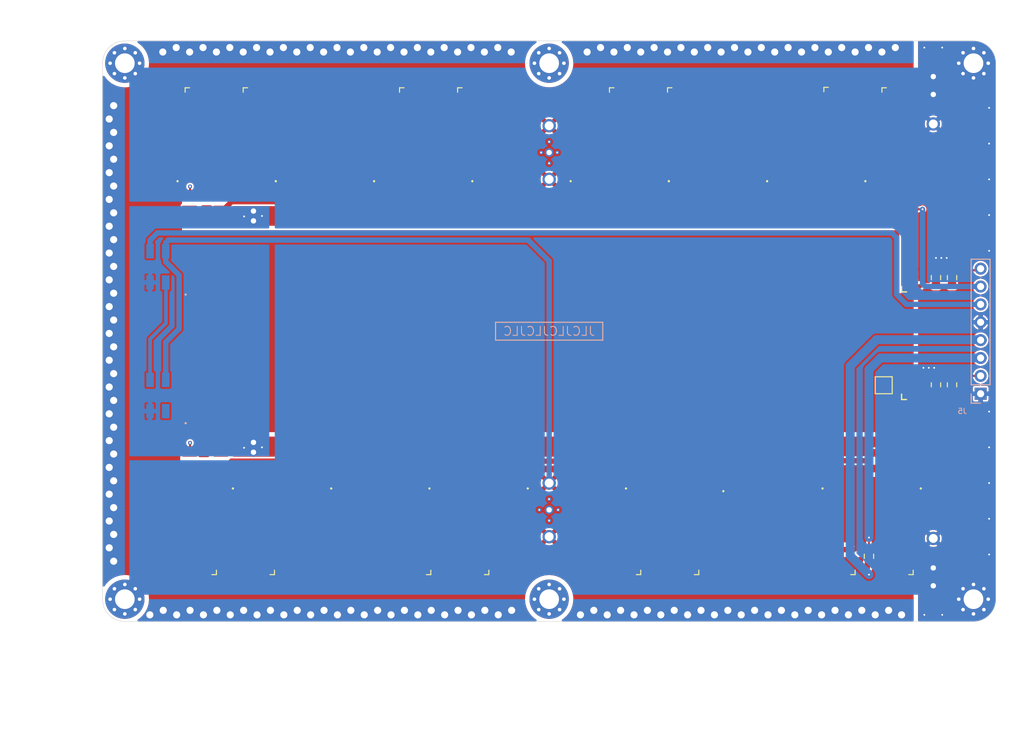
<source format=kicad_pcb>
(kicad_pcb (version 20210606) (generator pcbnew)
  (layers (0 "F.Cu" signal) (1 "In1.Cu" signal) (2 "In2.Cu" signal) (31 "B.Cu" signal) (34 "B.Paste" user) (35 "F.Paste" user) (36 "B.SilkS" user "B.Silkscreen") (37 "F.SilkS" user "F.Silkscreen") (38 "B.Mask" user) (39 "F.Mask" user) (44 "Edge.Cuts" user))
  (net 0 "")
  (net 1 "GND")
  (net 2 "+BATT")
  (net 3 "Net-(D2-Pad1)")
  (net 4 "LS_WS_LDAT")
  (net 5 "LS_WS_SDAT")
  (net 6 "Net-(Q2-Pad3)")
  (net 7 "+3V3")
  (net 8 "Net-(D10-Pad1)")
  (net 9 "LS_LED_NTC")
  (net 10 "LS_LED_PWM")
  (net 11 "LS_WS_POWER")
  (net 12 "Net-(Q3-Pad3)")
  (net 13 "Net-(D20-Pad3)")
  (net 14 "Net-(D20-Pad1)")
  (net 15 "WS_GNDBUS")
  (net 16 "Net-(D21-Pad1)")
  (net 17 "Net-(D22-Pad1)")
  (net 18 "Net-(D23-Pad1)")
  (net 19 "Net-(D24-Pad1)")
  (net 20 "Net-(D25-Pad1)")
  (net 21 "Net-(D26-Pad1)")
  (net 22 "Net-(D27-Pad1)")
  (net 23 "Net-(D28-Pad1)")
  (net 24 "Net-(D29-Pad1)")
  (net 25 "Net-(D30-Pad1)")
  (net 26 "Net-(D31-Pad1)")
  (net 27 "Net-(D32-Pad1)")
  (net 29 "Net-(D34-Pad1)")
  (footprint "lt_foots:U-DFN2020-6 (Type F)" (layer "F.Cu") (at 245.65 91.6)
    (fp_text reference "Q2" hide)
    (fp_text value "DMN2022-UFDF7")
  )
  (footprint "Resistor_SMD:R_0603_1608Metric" (layer "F.Cu") (at 248.05 91.55 -90)
    (fp_text reference "R12" hide)
    (fp_text value "1MΩ")
  )
  (footprint "lt_foots:plated_hole_1mm" (layer "F.Cu") (at 204.75 114.55)
    (fp_text reference "H14" hide)
    (fp_text value "thole2")
  )
  (footprint "lt_foots:LED_Cree-J-Series" (layer "F.Cu") (at 172.25 123.05 90)
    (fp_text reference "D4" hide)
    (fp_text value "LED")
  )
  (footprint "MountingHole:MountingHole_2.2mm_M2_Pad_Via" (layer "F.Cu") (at 157.25 67.55)
    (fp_text reference "H10" hide)
    (fp_text value "MountingHole_Pad")
  )
  (footprint "TestPoint:TestPoint_Pad_1.5x1.5mm" (layer "F.Cu") (at 242.2 103.6)
    (fp_text reference "TP5" hide)
    (fp_text value "TestPoint")
  )
  (footprint "MountingHole:MountingHole_2.2mm_M2_Pad_Via" (layer "F.Cu") (at 157.25 127.55)
    (fp_text reference "H9" hide)
    (fp_text value "MountingHole_Pad")
  )
  (footprint "lt_foots:plated_hole_1mm" (layer "F.Cu") (at 247.75 120.75)
    (fp_text reference "H19" hide)
    (fp_text value "thole7" hide)
  )
  (footprint "lt_foots:LED_SK6812MINI" (layer "F.Cu") (at 177.25 112.05 180)
    (fp_text reference "D27" hide)
    (fp_text value "SK6812MINI")
  )
  (footprint "lt_foots:LED_Cree-J-Series" (layer "F.Cu") (at 165.75 123.05 90)
    (fp_text reference "D10" hide)
    (fp_text value "LED")
  )
  (footprint "lt_foots:LED_Cree-J-Series" (layer "F.Cu") (at 243.75 72.05 -90)
    (fp_text reference "D7" hide)
    (fp_text value "LED")
  )
  (footprint "lt_foots:LED_SK6812MINI" (layer "F.Cu") (at 199.25 112.05 180)
    (fp_text reference "D29" hide)
    (fp_text value "SK6812MINI")
  )
  (footprint "lt_foots:plated_hole_1mm" (layer "F.Cu") (at 247.75 74.35)
    (fp_text reference "H20" hide)
    (fp_text value "thole8" hide)
  )
  (footprint "Resistor_SMD:R_0603_1608Metric" (layer "F.Cu") (at 249.85 91.55 90)
    (fp_text reference "R11" hide)
    (fp_text value "1kΩ")
  )
  (footprint "lt_foots:plated_hole_1mm" (layer "F.Cu") (at 204.75 80.55)
    (fp_text reference "H16" hide)
    (fp_text value "thole4" hide)
  )
  (footprint "lt_foots:LED_Cree-J-Series" (layer "F.Cu") (at 219.75 72.05 -90)
    (fp_text reference "D8" hide)
    (fp_text value "LED")
  )
  (footprint "lt_foots:LED_Cree-J-Series" (layer "F.Cu") (at 237.25 72 -90)
    (fp_text reference "D17" hide)
    (fp_text value "LED")
  )
  (footprint "lt_foots:LED_SK6812MINI" (layer "F.Cu") (at 243.25 112.05 180)
    (fp_text reference "D33" hide)
    (fp_text value "SK6812MINI")
  )
  (footprint "lt_foots:logo_light_warn" (layer "F.Cu") (at 163.7 97.45 90)
    (fp_text reference "G***" hide)
    (fp_text value "LOGO" hide)
  )
  (footprint "lt_foots:LED_SK6812MINI" (layer "F.Cu") (at 177.25 83.05)
    (fp_text reference "D24" hide)
    (fp_text value "SK6812MINI")
  )
  (footprint "lt_foots:LED_Cree-J-Series" (layer "F.Cu") (at 219.75 123.05 90)
    (fp_text reference "D15" hide)
    (fp_text value "LED")
  )
  (footprint "lt_foots:LED_SK6812MINI" (layer "F.Cu") (at 221.25 112.05 180)
    (fp_text reference "D31" hide)
    (fp_text value "SK6812MINI")
  )
  (footprint "lt_foots:LED_Cree-J-Series" (layer "F.Cu") (at 172.25 72.05 -90)
    (fp_text reference "D18" hide)
    (fp_text value "LED")
  )
  (footprint "lt_foots:LED_Cree-J-Series" (layer "F.Cu") (at 237.25 123.05 90)
    (fp_text reference "D9" hide)
    (fp_text value "LED")
  )
  (footprint "lt_foots:LED_SK6812MINI" (layer "F.Cu") (at 221.25 83.05)
    (fp_text reference "D20" hide)
    (fp_text value "SK6812MINI")
  )
  (footprint "lt_foots:LED_SK6812MINI" (layer "F.Cu") (at 188.25 112.05 180)
    (fp_text reference "D28" hide)
    (fp_text value "SK6812MINI")
  )
  (footprint "lt_foots:LED_SK6812MINI" (layer "F.Cu") (at 199.25 83.05)
    (fp_text reference "D22" hide)
    (fp_text value "SK6812MINI")
  )
  (footprint "lt_foots:plated_hole_1mm" (layer "F.Cu") (at 204.75 74.55)
    (fp_text reference "H15" hide)
    (fp_text value "thole3" hide)
  )
  (footprint "lt_foots:LED_SK6812MINI" (layer "F.Cu") (at 188.25 83.05)
    (fp_text reference "D23" hide)
    (fp_text value "SK6812MINI")
  )
  (footprint "lt_foots:LED_Cree-J-Series" (layer "F.Cu") (at 196.25 123.05 90)
    (fp_text reference "D13" hide)
    (fp_text value "LED")
  )
  (footprint "lt_foots:LED_Cree-J-Series" (layer "F.Cu") (at 189.75 123.05 90)
    (fp_text reference "D11" hide)
    (fp_text value "LED")
  )
  (footprint "lt_foots:LED_SK6812MINI" (layer "F.Cu") (at 166.25 83.05)
    (fp_text reference "D25" hide)
    (fp_text value "SK6812MINI")
  )
  (footprint "lt_foots:LED_Cree-J-Series" (layer "F.Cu") (at 165.75 72.05 -90)
    (fp_text reference "D14" hide)
    (fp_text value "LED")
  )
  (footprint "lt_foots:LOGO_CATLIGHT_4" (layer "F.Cu") (at 204.75 97.55)
    (fp_text reference "logo1" hide)
    (fp_text value "logo-CATLIGHT" hide)
  )
  (footprint "lt_foots:LED_SK6812MINI" (layer "F.Cu") (at 232.25 83.05)
    (fp_text reference "D3" hide)
    (fp_text value "SK6812MINI")
  )
  (footprint "lt_foots:LED_SK6812MINI" (layer "F.Cu") (at 210.25 83.05)
    (fp_text reference "D21" hide)
    (fp_text value "SK6812MINI")
  )
  (footprint "lt_foots:LED_Cree-J-Series" (layer "F.Cu") (at 213.25 72.05 -90)
    (fp_text reference "D16" hide)
    (fp_text value "LED")
  )
  (footprint "lt_foots:plated_hole_1mm" (layer "F.Cu") (at 204.75 120.55)
    (fp_text reference "H13" hide)
    (fp_text value "thole1" hide)
  )
  (footprint "Resistor_SMD:R_0603_1608Metric" (layer "F.Cu") (at 249.85 103.55 -90)
    (fp_text reference "R15" hide)
    (fp_text value "1kΩ")
  )
  (footprint "lt_foots:LED_SK6812MINI" (layer "F.Cu") (at 232.25 112.05 180)
    (fp_text reference "D32" hide)
    (fp_text value "SK6812MINI")
  )
  (footprint "lt_foots:LED_Cree-J-Series" (layer "F.Cu") (at 243.75 123.05 90)
    (fp_text reference "D5" hide)
    (fp_text value "LED")
  )
  (footprint "Resistor_SMD:R_0603_1608Metric" (layer "F.Cu") (at 240.55 122.75 -90)
    (fp_text reference "R14" hide)
    (fp_text value "NTC 10 kΩ")
  )
  (footprint "lt_foots:LED_SK6812MINI" (layer "F.Cu") (at 243.25 83.05)
    (fp_text reference "D2" hide)
    (fp_text value "SK6812MINI")
  )
  (footprint "MountingHole:MountingHole_2.2mm_M2_Pad_Via" (layer "F.Cu") (at 204.75 67.55)
    (fp_text reference "H7" hide)
    (fp_text value "MountingHole_Pad")
  )
  (footprint "MountingHole:MountingHole_2.2mm_M2_Pad_Via" (layer "F.Cu") (at 204.75 127.55)
    (fp_text reference "H11" hide)
    (fp_text value "MountingHole_Pad")
  )
  (footprint "MountingHole:MountingHole_2.2mm_M2_Pad_Via" (layer "F.Cu") (at 252.25 67.55 180)
    (fp_text reference "H12" hide)
    (fp_text value "MountingHole_Pad")
  )
  (footprint "Resistor_SMD:R_0603_1608Metric" (layer "F.Cu") (at 248.05 103.55 -90)
    (fp_text reference "R16" hide)
    (fp_text value "1MΩ")
  )
  (footprint "lt_foots:LED_Cree-J-Series" (layer "F.Cu") (at 189.75 72.05 -90)
    (fp_text reference "D6" hide)
    (fp_text value "LED")
  )
  (footprint "lt_foots:LED_SK6812MINI" (layer "F.Cu") (at 210.25 112.05 180)
    (fp_text reference "D30" hide)
    (fp_text value "SK6812MINI")
  )
  (footprint "lt_foots:LED_Cree-J-Series" (layer "F.Cu") (at 196.25 72.05 -90)
    (fp_text reference "D12" hide)
    (fp_text value "LED")
  )
  (footprint "lt_foots:LED_Cree-J-Series" (layer "F.Cu") (at 213.25 123.05 90)
    (fp_text reference "D19" hide)
    (fp_text value "LED")
  )
  (footprint "lt_foots:LED_SK6812MINI" (layer "F.Cu") (at 166.25 112.05 180)
    (fp_text reference "D26" hide)
    (fp_text value "SK6812MINI")
  )
  (footprint "MountingHole:MountingHole_2.2mm_M2_Pad_Via" (layer "F.Cu") (at 252.25 127.55)
    (fp_text reference "H8" hide)
    (fp_text value "MountingHole_Pad")
  )
  (footprint "lt_foots:U-DFN2020-6 (Type F)" (layer "F.Cu") (at 245.65 103.65)
    (fp_text reference "Q3" hide)
    (fp_text value "DMN2022-UFDF7")
  )
  (footprint "lt_foots:LED_SK6812MINI" (layer "B.Cu") (at 160.95 104.75 90)
    (fp_text reference "D35" hide)
    (fp_text value "SK6812MINI")
  )
  (footprint "lt_foots:JLC-SERIAL" (layer "B.Cu") (at 204.75 97.55 180)
    (fp_text reference "logo11" hide)
    (fp_text value "logo_JLC")
  )
  (footprint "lt_foots:LED_SK6812MINI" (layer "B.Cu") (at 160.95 90.35 90)
    (fp_text reference "D34" hide)
    (fp_text value "SK6812MINI")
  )
  (footprint "Connector_PinHeader_2.00mm:PinHeader_1x08_P2.00mm_Vertical" (layer "B.Cu") (at 253.05 104.55)
    (fp_text reference "J5")
    (fp_text value "Conn_01x08_Female")
  )
  (gr_line (start 252.25 65.05) (end 157.25 65.05) (layer "Edge.Cuts") (width 0.05))
  (gr_arc (start 252.25 67.55) (end 254.75 67.55) (angle -90) (layer "Edge.Cuts") (width 0.05))
  (gr_arc (start 252.25 127.55) (end 252.25 130.05) (angle -90) (layer "Edge.Cuts") (width 0.05))
  (gr_line (start 254.75 127.55) (end 254.75 67.55) (layer "Edge.Cuts") (width 0.05))
  (gr_arc (start 157.25 67.55) (end 157.25 65.05) (angle -90) (layer "Edge.Cuts") (width 0.05))
  (gr_line (start 157.25 130.05) (end 252.25 130.05) (layer "Edge.Cuts") (width 0.05))
  (gr_line (start 154.75 67.55) (end 154.75 127.55) (layer "Edge.Cuts") (width 0.05))
  (gr_arc (start 157.25 127.55) (end 154.75 127.55) (angle -90) (layer "Edge.Cuts") (width 0.05))
  (via (at 254 122.55) (size 0.45) (drill 0.2) (layers "F.Cu" "B.Cu") (net 1))
  (via (at 248.75 65.8) (size 0.45) (drill 0.2) (layers "F.Cu" "B.Cu") (net 1))
  (via (at 247.85 101.65) (size 0.45) (drill 0.2) (layers "F.Cu" "B.Cu") (net 1))
  (via (at 247.75 71.05) (size 1) (drill 0.6) (layers "F.Cu" "B.Cu") (net 1))
  (via (at 249.25 89.35) (size 0.45) (drill 0.2) (layers "F.Cu" "B.Cu") (net 1))
  (via (at 247.75 69.05) (size 1) (drill 0.6) (layers "F.Cu" "B.Cu") (net 1))
  (via (at 246.75 129.3) (size 0.5) (drill 0.2) (layers "F.Cu" "B.Cu") (net 1))
  (via (at 247.75 126.05) (size 1) (drill 0.6) (layers "F.Cu" "B.Cu") (net 1))
  (via (at 248.65 89.35) (size 0.45) (drill 0.2) (layers "F.Cu" "B.Cu") (net 1))
  (via (at 246.65 101.65) (size 0.45) (drill 0.2) (layers "F.Cu" "B.Cu") (net 1))
  (via (at 254 114.55) (size 0.45) (drill 0.2) (layers "F.Cu" "B.Cu") (net 1))
  (via (at 254 84.55) (size 0.45) (drill 0.2) (layers "F.Cu" "B.Cu") (net 1))
  (via (at 254 110.55) (size 0.45) (drill 0.2) (layers "F.Cu" "B.Cu") (net 1))
  (via (at 254 76.55) (size 0.45) (drill 0.2) (layers "F.Cu" "B.Cu") (net 1))
  (via (at 254 118.55) (size 0.45) (drill 0.2) (layers "F.Cu" "B.Cu") (net 1))
  (via (at 254 106.55) (size 0.45) (drill 0.2) (layers "F.Cu" "B.Cu") (net 1))
  (via (at 247.25 101.65) (size 0.45) (drill 0.2) (layers "F.Cu" "B.Cu") (net 1))
  (via (at 246.75 65.8) (size 0.45) (drill 0.2) (layers "F.Cu" "B.Cu") (net 1))
  (via (at 247.75 124.05) (size 1) (drill 0.6) (layers "F.Cu" "B.Cu") (net 1))
  (via (at 254 80.55) (size 0.45) (drill 0.2) (layers "F.Cu" "B.Cu") (net 1))
  (via (at 248.75 129.3) (size 0.5) (drill 0.2) (layers "F.Cu" "B.Cu") (net 1))
  (via (at 248.05 89.35) (size 0.45) (drill 0.2) (layers "F.Cu" "B.Cu") (net 1))
  (via (at 254 72.55) (size 0.45) (drill 0.2) (layers "F.Cu" "B.Cu") (net 1))
  (via (at 254 88.55) (size 0.45) (drill 0.2) (layers "F.Cu" "B.Cu") (net 1))
  (via (at 204.75 117.55) (size 1) (drill 0.6) (layers "F.Cu" "B.Cu") (net 2))
  (via (at 204.75 116.35) (size 0.45) (drill 0.2) (layers "F.Cu" "B.Cu") (net 2))
  (via (at 204.75 118.75) (size 0.45) (drill 0.2) (layers "F.Cu" "B.Cu") (net 2))
  (via (at 204.75 78.75) (size 0.45) (drill 0.2) (layers "F.Cu" "B.Cu") (net 2))
  (via (at 204.75 77.55) (size 1) (drill 0.6) (layers "F.Cu" "B.Cu") (net 2))
  (via (at 203.85 77.55) (size 0.45) (drill 0.2) (layers "F.Cu" "B.Cu") (net 2))
  (via (at 205.65 77.55) (size 0.45) (drill 0.2) (layers "F.Cu" "B.Cu") (net 2))
  (via (at 204.75 76.35) (size 0.45) (drill 0.2) (layers "F.Cu" "B.Cu") (net 2))
  (via (at 205.75 117.55) (size 0.45) (drill 0.2) (layers "F.Cu" "B.Cu") (net 2))
  (via (at 203.65 117.55) (size 0.45) (drill 0.2) (layers "F.Cu" "B.Cu") (net 2))
  (segment (start 161.825 88.6) (end 161.825 87.655) (width 0.6) (layer "B.Cu") (net 2))
  (segment (start 161.825 89.775) (end 163.32 91.27) (width 0.6) (layer "B.Cu") (net 2))
  (segment (start 161.825 98.785) (end 161.825 103) (width 0.6) (layer "B.Cu") (net 2))
  (segment (start 163.32 91.27) (end 163.32 97.29) (width 0.6) (layer "B.Cu") (net 2))
  (segment (start 161.825 88.6) (end 161.825 89.775) (width 0.6) (layer "B.Cu") (net 2))
  (segment (start 202.4 87.35) (end 204.75 89.7) (width 0.6) (layer "B.Cu") (net 2))
  (segment (start 162.13 87.35) (end 202.4 87.35) (width 0.6) (layer "B.Cu") (net 2))
  (segment (start 161.825 87.655) (end 162.13 87.35) (width 0.6) (layer "B.Cu") (net 2))
  (segment (start 163.32 97.29) (end 161.825 98.785) (width 0.6) (layer "B.Cu") (net 2))
  (segment (start 204.8 117.3) (end 204.75 117.35) (width 0.2) (layer "B.Cu") (net 2))
  (segment (start 204.75 89.7) (end 204.75 114.55) (width 0.6) (layer "B.Cu") (net 2))
  (segment (start 234.375011 83.874989) (end 235.2 83.05) (width 0.6) (layer "F.Cu") (net 3))
  (segment (start 235.2 83.05) (end 240.2 83.05) (width 0.6) (layer "F.Cu") (net 3))
  (segment (start 240.2 83.05) (end 241.125011 82.124989) (width 0.6) (layer "F.Cu") (net 3))
  (segment (start 244.525 83.9) (end 244.5 83.925) (width 0.25) (layer "F.Cu") (net 4))
  (segment (start 246.55 83.9) (end 244.525 83.9) (width 0.25) (layer "F.Cu") (net 4))
  (via (at 246.55 83.9) (size 0.45) (drill 0.2) (layers "F.Cu" "B.Cu") (net 4))
  (segment (start 246.55 83.9) (end 246.55 92.25) (width 0.6) (layer "B.Cu") (net 4))
  (segment (start 246.55 92.25) (end 246.85 92.55) (width 0.6) (layer "B.Cu") (net 4))
  (segment (start 246.85 92.55) (end 253.25 92.55) (width 0.6) (layer "B.Cu") (net 4))
  (segment (start 243.65 93.45) (end 243.65 87.1) (width 0.6) (layer "B.Cu") (net 5))
  (segment (start 244.75 94.55) (end 243.65 93.45) (width 0.6) (layer "B.Cu") (net 5))
  (segment (start 160.89 86.55) (end 160.075 87.365) (width 0.6) (layer "B.Cu") (net 5))
  (segment (start 253.25 94.55) (end 244.75 94.55) (width 0.6) (layer "B.Cu") (net 5))
  (segment (start 243.65 87.1) (end 243.1 86.55) (width 0.6) (layer "B.Cu") (net 5))
  (segment (start 160.075 87.365) (end 160.075 88.6) (width 0.6) (layer "B.Cu") (net 5))
  (segment (start 243.1 86.55) (end 160.89 86.55) (width 0.6) (layer "B.Cu") (net 5))
  (segment (start 249.85 92.375) (end 248.05 92.375) (width 0.25) (layer "F.Cu") (net 6))
  (segment (start 247.925112 92.499888) (end 248.05 92.375) (width 0.25) (layer "F.Cu") (net 6))
  (segment (start 246.251504 92.499888) (end 247.925112 92.499888) (width 0.25) (layer "F.Cu") (net 6))
  (segment (start 240.55 121.925) (end 240.55 120.65) (width 0.2) (layer "F.Cu") (net 7))
  (via (at 240.55 120.65) (size 0.45) (drill 0.2) (layers "F.Cu" "B.Cu") (net 7))
  (segment (start 240.55 101.85) (end 241.85 100.55) (width 1) (layer "B.Cu") (net 7))
  (segment (start 241.85 100.55) (end 253.25 100.55) (width 1) (layer "B.Cu") (net 7))
  (segment (start 240.55 120.65) (end 240.55 101.85) (width 1) (layer "B.Cu") (net 7))
  (segment (start 245.601504 104.549888) (end 244.951504 104.549888) (width 0.2) (layer "F.Cu") (net 8))
  (segment (start 245.601504 102.649888) (end 244.951504 102.649888) (width 0.2) (layer "F.Cu") (net 8))
  (via (at 227 66.3) (size 1) (drill 0.8) (layers "F.Cu" "B.Cu") (net 8))
  (via (at 197.5 66.3) (size 1) (drill 0.8) (layers "F.Cu" "B.Cu") (net 8))
  (via (at 235.25 129.3) (size 1) (drill 0.8) (layers "F.Cu" "B.Cu") (net 8))
  (via (at 191.55 128.8) (size 1) (drill 0.8) (layers "F.Cu" "B.Cu") (net 8))
  (via (at 193.05 129.3) (size 1) (drill 0.8) (layers "F.Cu" "B.Cu") (net 8))
  (via (at 244.2 129.3) (size 1) (drill 0.8) (layers "F.Cu" "B.Cu") (net 8))
  (via (at 156 120.3) (size 1) (drill 0.8) (layers "F.Cu" "B.Cu") (net 8))
  (via (at 155.5 88.8) (size 1) (drill 0.8) (layers "F.Cu" "B.Cu") (net 8))
  (via (at 155.5 85.8) (size 1) (drill 0.8) (layers "F.Cu" "B.Cu") (net 8))
  (via (at 164.5 66.3) (size 1) (drill 0.8) (layers "F.Cu" "B.Cu") (net 8))
  (via (at 224.75 128.8) (size 1) (drill 0.8) (layers "F.Cu" "B.Cu") (net 8))
  (via (at 182.55 128.8) (size 1) (drill 0.8) (layers "F.Cu" "B.Cu") (net 8))
  (via (at 214.25 129.3) (size 1) (drill 0.8) (layers "F.Cu" "B.Cu") (net 8))
  (via (at 188.5 66.3) (size 1) (drill 0.8) (layers "F.Cu" "B.Cu") (net 8))
  (via (at 155.5 103.8) (size 1) (drill 0.8) (layers "F.Cu" "B.Cu") (net 8))
  (via (at 179.55 128.8) (size 1) (drill 0.8) (layers "F.Cu" "B.Cu") (net 8))
  (via (at 224 66.3) (size 1) (drill 0.8) (layers "F.Cu" "B.Cu") (net 8))
  (via (at 156 108.3) (size 1) (drill 0.8) (layers "F.Cu" "B.Cu") (net 8))
  (via (at 187.05 129.3) (size 1) (drill 0.8) (layers "F.Cu" "B.Cu") (net 8))
  (via (at 190.05 129.3) (size 1) (drill 0.8) (layers "F.Cu" "B.Cu") (net 8))
  (via (at 220.25 129.3) (size 1) (drill 0.8) (layers "F.Cu" "B.Cu") (net 8))
  (via (at 232.25 129.3) (size 1) (drill 0.8) (layers "F.Cu" "B.Cu") (net 8))
  (via (at 222.5 65.8) (size 1) (drill 0.8) (layers "F.Cu" "B.Cu") (net 8))
  (via (at 190 65.8) (size 1) (drill 0.8) (layers "F.Cu" "B.Cu") (net 8))
  (via (at 239 66.3) (size 1) (drill 0.8) (layers "F.Cu" "B.Cu") (net 8))
  (via (at 229.25 129.3) (size 1) (drill 0.8) (layers "F.Cu" "B.Cu") (net 8))
  (via (at 178 65.8) (size 1) (drill 0.8) (layers "F.Cu" "B.Cu") (net 8))
  (via (at 164.55 128.8) (size 1) (drill 0.8) (layers "F.Cu" "B.Cu") (net 8))
  (via (at 155.5 121.8) (size 1) (drill 0.8) (layers "F.Cu" "B.Cu") (net 8))
  (via (at 163.05 129.3) (size 1) (drill 0.8) (layers "F.Cu" "B.Cu") (net 8))
  (via (at 181.05 129.3) (size 1) (drill 0.8) (layers "F.Cu" "B.Cu") (net 8))
  (via (at 156 87.3) (size 1) (drill 0.8) (layers "F.Cu" "B.Cu") (net 8))
  (via (at 228.5 65.8) (size 1) (drill 0.8) (layers "F.Cu" "B.Cu") (net 8))
  (via (at 155.5 109.8) (size 1) (drill 0.8) (layers "F.Cu" "B.Cu") (net 8))
  (via (at 211.25 129.3) (size 1) (drill 0.8) (layers "F.Cu" "B.Cu") (net 8))
  (via (at 233.75 128.8) (size 1) (drill 0.8) (layers "F.Cu" "B.Cu") (net 8))
  (via (at 226.25 129.3) (size 1) (drill 0.8) (layers "F.Cu" "B.Cu") (net 8))
  (via (at 191.5 66.3) (size 1) (drill 0.8) (layers "F.Cu" "B.Cu") (net 8))
  (via (at 156 102.3) (size 1) (drill 0.8) (layers "F.Cu" "B.Cu") (net 8))
  (via (at 209 66.3) (size 1) (drill 0.8) (layers "F.Cu" "B.Cu") (net 8))
  (via (at 155.5 82.8) (size 1) (drill 0.8) (layers "F.Cu" "B.Cu") (net 8))
  (via (at 236.75 128.8) (size 1) (drill 0.8) (layers "F.Cu" "B.Cu") (net 8))
  (via (at 155.5 106.8) (size 1) (drill 0.8) (layers "F.Cu" "B.Cu") (net 8))
  (via (at 156 75.3) (size 1) (drill 0.8) (layers "F.Cu" "B.Cu") (net 8))
  (via (at 196.05 129.3) (size 1) (drill 0.8) (layers "F.Cu" "B.Cu") (net 8))
  (via (at 216.5 65.8) (size 1) (drill 0.8) (layers "F.Cu" "B.Cu") (net 8))
  (via (at 155.5 97.8) (size 1) (drill 0.8) (layers "F.Cu" "B.Cu") (net 8))
  (via (at 187 65.8) (size 1) (drill 0.8) (layers "F.Cu" "B.Cu") (net 8))
  (via (at 155.5 112.8) (size 1) (drill 0.8) (layers "F.Cu" "B.Cu") (net 8))
  (via (at 243.5 65.8) (size 1) (drill 0.8) (layers "F.Cu" "B.Cu") (net 8))
  (via (at 155.5 100.8) (size 1) (drill 0.8) (layers "F.Cu" "B.Cu") (net 8))
  (via (at 242.75 128.8) (size 1) (drill 0.8) (layers "F.Cu" "B.Cu") (net 8))
  (via (at 169 65.8) (size 1) (drill 0.8) (layers "F.Cu" "B.Cu") (net 8))
  (via (at 156 81.3) (size 1) (drill 0.8) (layers "F.Cu" "B.Cu") (net 8))
  (via (at 200.55 128.8) (size 1) (drill 0.8) (layers "F.Cu" "B.Cu") (net 8))
  (via (at 194.55 128.8) (size 1) (drill 0.8) (layers "F.Cu" "B.Cu") (net 8))
  (via (at 242 66.3) (size 1) (drill 0.8) (layers "F.Cu" "B.Cu") (net 8))
  (via (at 184.05 129.3) (size 1) (drill 0.8) (layers "F.Cu" "B.Cu") (net 8))
  (via (at 197.55 128.8) (size 1) (drill 0.8) (layers "F.Cu" "B.Cu") (net 8))
  (via (at 212 66.3) (size 1) (drill 0.8) (layers "F.Cu" "B.Cu") (net 8))
  (via (at 199 65.8) (size 1) (drill 0.8) (layers "F.Cu" "B.Cu") (net 8))
  (via (at 237.5 65.8) (size 1) (drill 0.8) (layers "F.Cu" "B.Cu") (net 8))
  (via (at 156 105.3) (size 1) (drill 0.8) (layers "F.Cu" "B.Cu") (net 8))
  (via (at 155.5 79.8) (size 1) (drill 0.8) (layers "F.Cu" "B.Cu") (net 8))
  (via (at 167.55 128.8) (size 1) (drill 0.8) (layers "F.Cu" "B.Cu") (net 8))
  (via (at 170.55 128.8) (size 1) (drill 0.8) (layers "F.Cu" "B.Cu") (net 8))
  (via (at 175.05 129.3) (size 1) (drill 0.8) (layers "F.Cu" "B.Cu") (net 8))
  (via (at 225.5 65.8) (size 1) (drill 0.8) (layers "F.Cu" "B.Cu") (net 8))
  (via (at 167.5 66.3) (size 1) (drill 0.8) (layers "F.Cu" "B.Cu") (net 8))
  (via (at 179.5 66.3) (size 1) (drill 0.8) (layers "F.Cu" "B.Cu") (net 8))
  (via (at 156 111.3) (size 1) (drill 0.8) (layers "F.Cu" "B.Cu") (net 8))
  (via (at 194.5 66.3) (size 1) (drill 0.8) (layers "F.Cu" "B.Cu") (net 8))
  (via (at 155.5 115.8) (size 1) (drill 0.8) (layers "F.Cu" "B.Cu") (net 8))
  (via (at 161.5 66.3) (size 1) (drill 0.8) (layers "F.Cu" "B.Cu") (net 8))
  (via (at 178.05 129.3) (size 1) (drill 0.8) (layers "F.Cu" "B.Cu") (net 8))
  (via (at 233 66.3) (size 1) (drill 0.8) (layers "F.Cu" "B.Cu") (net 8))
  (via (at 219.5 65.8) (size 1) (drill 0.8) (layers "F.Cu" "B.Cu") (net 8))
  (via (at 156 117.3) (size 1) (drill 0.8) (layers "F.Cu" "B.Cu") (net 8))
  (via (at 231.5 65.8) (size 1) (drill 0.8) (layers "F.Cu" "B.Cu") (net 8))
  (via (at 175 65.8) (size 1) (drill 0.8) (layers "F.Cu" "B.Cu") (net 8))
  (via (at 213.5 65.8) (size 1) (drill 0.8) (layers "F.Cu" "B.Cu") (net 8))
  (via (at 239.75 128.8) (size 1) (drill 0.8) (layers "F.Cu" "B.Cu") (net 8))
  (via (at 156 96.3) (size 1) (drill 0.8) (layers "F.Cu" "B.Cu") (net 8))
  (via (at 185.5 66.3) (size 1) (drill 0.8) (layers "F.Cu" "B.Cu") (net 8))
  (via (at 200.5 66.3) (size 1) (drill 0.8) (layers "F.Cu" "B.Cu") (net 8))
  (via (at 155.5 73.8) (size 1) (drill 0.8) (layers "F.Cu" "B.Cu") (net 8))
  (via (at 212.75 128.8) (size 1) (drill 0.8) (layers "F.Cu" "B.Cu") (net 8))
  (via (at 227.75 128.8) (size 1) (drill 0.8) (layers "F.Cu" "B.Cu") (net 8))
  (via (at 155.5 76.8) (size 1) (drill 0.8) (layers "F.Cu" "B.Cu") (net 8))
  (via (at 156 99.3) (size 1) (drill 0.8) (layers "F.Cu" "B.Cu") (net 8))
  (via (at 218 66.3) (size 1) (drill 0.8) (layers "F.Cu" "B.Cu") (net 8))
  (via (at 156 72.3) (size 1) (drill 0.8) (layers "F.Cu" "B.Cu") (net 8))
  (via (at 156 78.3) (size 1) (drill 0.8) (layers "F.Cu" "B.Cu") (net 8))
  (via (at 170.5 66.3) (size 1) (drill 0.8) (layers "F.Cu" "B.Cu") (net 8))
  (via (at 221.75 128.8) (size 1) (drill 0.8) (layers "F.Cu" "B.Cu") (net 8))
  (via (at 173.5 66.3) (size 1) (drill 0.8) (layers "F.Cu" "B.Cu") (net 8))
  (via (at 160.05 129.3) (size 1) (drill 0.8) (layers "F.Cu" "B.Cu") (net 8))
  (via (at 173.55 128.8) (size 1) (drill 0.8) (layers "F.Cu" "B.Cu") (net 8))
  (via (at 166.05 129.3) (size 1) (drill 0.8) (layers "F.Cu" "B.Cu") (net 8))
  (via (at 215 66.3) (size 1) (drill 0.8) (layers "F.Cu" "B.Cu") (net 8))
  (via (at 163 65.8) (size 1) (drill 0.8) (layers "F.Cu" "B.Cu") (net 8))
  (via (at 209.75 128.8) (size 1) (drill 0.8) (layers "F.Cu" "B.Cu") (net 8))
  (via (at 240.5 65.8) (size 1) (drill 0.8) (layers "F.Cu" "B.Cu") (net 8))
  (via (at 156 123.3) (size 1) (drill 0.8) (layers "F.Cu" "B.Cu") (net 8))
  (via (at 155.5 94.8) (size 1) (drill 0.8) (layers "F.Cu" "B.Cu") (net 8))
  (via (at 156 93.3) (size 1) (drill 0.8) (layers "F.Cu" "B.Cu") (net 8))
  (via (at 166 65.8) (size 1) (drill 0.8) (layers "F.Cu" "B.Cu") (net 8))
  (via (at 176.55 128.8) (size 1) (drill 0.8) (layers "F.Cu" "B.Cu") (net 8))
  (via (at 155.5 91.8) (size 1) (drill 0.8) (layers "F.Cu" "B.Cu") (net 8))
  (via (at 230.75 128.8) (size 1) (drill 0.8) (layers "F.Cu" "B.Cu") (net 8))
  (via (at 176.5 66.3) (size 1) (drill 0.8) (layers "F.Cu" "B.Cu") (net 8))
  (via (at 210.5 65.8) (size 1) (drill 0.8) (layers "F.Cu" "B.Cu") (net 8))
  (via (at 223.25 129.3) (size 1) (drill 0.8) (layers "F.Cu" "B.Cu") (net 8))
  (via (at 221 66.3) (size 1) (drill 0.8) (layers "F.Cu" "B.Cu") (net 8))
  (via (at 185.55 128.8) (size 1) (drill 0.8) (layers "F.Cu" "B.Cu") (net 8))
  (via (at 181 65.8) (size 1) (drill 0.8) (layers "F.Cu" "B.Cu") (net 8))
  (via (at 155.5 118.8) (size 1) (drill 0.8) (layers "F.Cu" "B.Cu") (net 8))
  (via (at 156 114.3) (size 1) (drill 0.8) (layers "F.Cu" "B.Cu") (net 8))
  (via (at 169.05 129.3) (size 1) (drill 0.8) (layers "F.Cu" "B.Cu") (net 8))
  (via (at 236 66.3) (size 1) (drill 0.8) (layers "F.Cu" "B.Cu") (net 8))
  (via (at 172 65.8) (size 1) (drill 0.8) (layers "F.Cu" "B.Cu") (net 8))
  (via (at 182.5 66.3) (size 1) (drill 0.8) (layers "F.Cu" "B.Cu") (net 8))
  (via (at 196 65.8) (size 1) (drill 0.8) (layers "F.Cu" "B.Cu") (net 8))
  (via (at 156 84.3) (size 1) (drill 0.8) (layers "F.Cu" "B.Cu") (net 8))
  (via (at 241.25 129.3) (size 1) (drill 0.8) (layers "F.Cu" "B.Cu") (net 8))
  (via (at 234.5 65.8) (size 1) (drill 0.8) (layers "F.Cu" "B.Cu") (net 8))
  (via (at 193 65.8) (size 1) (drill 0.8) (layers "F.Cu" "B.Cu") (net 8))
  (via (at 238.25 129.3) (size 1) (drill 0.8) (layers "F.Cu" "B.Cu") (net 8))
  (via (at 218.75 128.8) (size 1) (drill 0.8) (layers "F.Cu" "B.Cu") (net 8))
  (via (at 217.25 129.3) (size 1) (drill 0.8) (layers "F.Cu" "B.Cu") (net 8))
  (via (at 172.05 129.3) (size 1) (drill 0.8) (layers "F.Cu" "B.Cu") (net 8))
  (via (at 161.55 128.8) (size 1) (drill 0.8) (layers "F.Cu" "B.Cu") (net 8))
  (via (at 230 66.3) (size 1) (drill 0.8) (layers "F.Cu" "B.Cu") (net 8))
  (via (at 184 65.8) (size 1) (drill 0.8) (layers "F.Cu" "B.Cu") (net 8))
  (via (at 208.25 129.3) (size 1) (drill 0.8) (layers "F.Cu" "B.Cu") (net 8))
  (via (at 215.75 128.8) (size 1) (drill 0.8) (layers "F.Cu" "B.Cu") (net 8))
  (via (at 199.05 129.3) (size 1) (drill 0.8) (layers "F.Cu" "B.Cu") (net 8))
  (via (at 156 90.3) (size 1) (drill 0.8) (layers "F.Cu" "B.Cu") (net 8))
  (via (at 188.55 128.8) (size 1) (drill 0.8) (layers "F.Cu" "B.Cu") (net 8))
  (segment (start 240.55 123.575) (end 240.55 124.8) (width 0.2) (layer "F.Cu") (net 9))
  (via (at 240.55 124.8) (size 0.45) (drill 0.2) (layers "F.Cu" "B.Cu") (net 9))
  (segment (start 253.2 98.5) (end 253.25 98.55) (width 1) (layer "B.Cu") (net 9))
  (segment (start 238.45 122.7) (end 238.45 101.45) (width 1) (layer "B.Cu") (net 9))
  (segment (start 238.45 101.45) (end 241.4 98.5) (width 1) (layer "B.Cu") (net 9))
  (segment (start 240.55 124.8) (end 238.45 122.7) (width 1) (layer "B.Cu") (net 9))
  (segment (start 241.4 98.5) (end 253.2 98.5) (width 1) (layer "B.Cu") (net 9))
  (segment (start 250.025 102.55) (end 249.85 102.725) (width 0.25) (layer "F.Cu") (net 10))
  (segment (start 253.25 102.55) (end 250.025 102.55) (width 0.25) (layer "F.Cu") (net 10))
  (segment (start 253.075 90.725) (end 253.25 90.55) (width 0.25) (layer "F.Cu") (net 11))
  (segment (start 249.85 90.725) (end 253.075 90.725) (width 0.25) (layer "F.Cu") (net 11))
  (segment (start 249.85 104.375) (end 248.05 104.375) (width 0.25) (layer "F.Cu") (net 12))
  (segment (start 247.875112 104.549888) (end 248.05 104.375) (width 0.25) (layer "F.Cu") (net 12))
  (segment (start 246.251504 104.549888) (end 247.875112 104.549888) (width 0.25) (layer "F.Cu") (net 12))
  (segment (start 224.2 83.05) (end 229.2 83.05) (width 0.6) (layer "F.Cu") (net 13))
  (segment (start 223.375011 83.874989) (end 224.2 83.05) (width 0.6) (layer "F.Cu") (net 13))
  (segment (start 229.2 83.05) (end 230.125011 82.124989) (width 0.6) (layer "F.Cu") (net 13))
  (segment (start 213.2 83.05) (end 218.2 83.05) (width 0.6) (layer "F.Cu") (net 14))
  (segment (start 212.375011 83.874989) (end 213.2 83.05) (width 0.6) (layer "F.Cu") (net 14))
  (segment (start 218.2 83.05) (end 219.125011 82.124989) (width 0.6) (layer "F.Cu") (net 14))
  (via (at 172.6 110.55) (size 0.45) (drill 0.2) (layers "F.Cu" "B.Cu") (net 15))
  (via (at 171.65 111.1) (size 1) (drill 0.6) (layers "F.Cu" "B.Cu") (net 15))
  (via (at 171.65 84.1) (size 1) (drill 0.6) (layers "F.Cu" "B.Cu") (net 15))
  (via (at 170.6 84.7) (size 0.45) (drill 0.2) (layers "F.Cu" "B.Cu") (net 15))
  (via (at 170.6 110.6) (size 0.45) (drill 0.2) (layers "F.Cu" "B.Cu") (net 15))
  (via (at 171.65 110) (size 1) (drill 0.6) (layers "F.Cu" "B.Cu") (net 15))
  (via (at 171.65 85.2) (size 1) (drill 0.6) (layers "F.Cu" "B.Cu") (net 15))
  (via (at 172.6 84.65) (size 0.45) (drill 0.2) (layers "F.Cu" "B.Cu") (net 15))
  (segment (start 202.2 83.05) (end 207.2 83.05) (width 0.6) (layer "F.Cu") (net 16))
  (segment (start 201.375011 83.874989) (end 202.2 83.05) (width 0.6) (layer "F.Cu") (net 16))
  (segment (start 207.2 83.05) (end 208.125011 82.124989) (width 0.6) (layer "F.Cu") (net 16))
  (segment (start 191.2 83.05) (end 196.2 83.05) (width 0.6) (layer "F.Cu") (net 17))
  (segment (start 196.2 83.05) (end 197.125011 82.124989) (width 0.6) (layer "F.Cu") (net 17))
  (segment (start 190.375011 83.874989) (end 191.2 83.05) (width 0.6) (layer "F.Cu") (net 17))
  (segment (start 185.2 83.05) (end 186.125011 82.124989) (width 0.6) (layer "F.Cu") (net 18))
  (segment (start 179.375011 83.874989) (end 180.2 83.05) (width 0.6) (layer "F.Cu") (net 18))
  (segment (start 180.2 83.05) (end 185.2 83.05) (width 0.6) (layer "F.Cu") (net 18))
  (segment (start 168.375011 83.874989) (end 169.2 83.05) (width 0.6) (layer "F.Cu") (net 19))
  (segment (start 174.2 83.05) (end 175.125011 82.124989) (width 0.6) (layer "F.Cu") (net 19))
  (segment (start 169.2 83.05) (end 174.2 83.05) (width 0.6) (layer "F.Cu") (net 19))
  (segment (start 164.55 111.125) (end 164.5 111.175) (width 0.25) (layer "F.Cu") (net 20))
  (segment (start 164.55 82.125) (end 164.55 81.35) (width 0.25) (layer "F.Cu") (net 20))
  (segment (start 164.55 110.05) (end 164.55 111.125) (width 0.25) (layer "F.Cu") (net 20))
  (via (at 164.55 81.35) (size 0.45) (drill 0.2) (layers "F.Cu" "B.Cu") (net 20))
  (via (at 164.55 110.05) (size 0.45) (drill 0.2) (layers "F.Cu" "B.Cu") (net 20))
  (segment (start 174.199989 112.100011) (end 175.125 111.175) (width 0.6) (layer "F.Cu") (net 21))
  (segment (start 169.199989 112.100011) (end 174.199989 112.100011) (width 0.6) (layer "F.Cu") (net 21))
  (segment (start 168.375 112.925) (end 169.199989 112.100011) (width 0.6) (layer "F.Cu") (net 21))
  (segment (start 185.199989 112.100011) (end 186.125 111.175) (width 0.6) (layer "F.Cu") (net 22))
  (segment (start 179.375 112.925) (end 180.199989 112.100011) (width 0.6) (layer "F.Cu") (net 22))
  (segment (start 180.199989 112.100011) (end 185.199989 112.100011) (width 0.6) (layer "F.Cu") (net 22))
  (segment (start 190.375 112.925) (end 191.199989 112.100011) (width 0.6) (layer "F.Cu") (net 23))
  (segment (start 191.199989 112.100011) (end 196.199989 112.100011) (width 0.6) (layer "F.Cu") (net 23))
  (segment (start 196.199989 112.100011) (end 197.125 111.175) (width 0.6) (layer "F.Cu") (net 23))
  (segment (start 207.199989 112.100011) (end 208.125 111.175) (width 0.6) (layer "F.Cu") (net 24))
  (segment (start 202.199989 112.100011) (end 207.199989 112.100011) (width 0.6) (layer "F.Cu") (net 24))
  (segment (start 201.375 112.925) (end 202.199989 112.100011) (width 0.6) (layer "F.Cu") (net 24))
  (segment (start 213.2 112.05) (end 218.2 112.05) (width 0.6) (layer "F.Cu") (net 25))
  (segment (start 212.375011 112.874989) (end 213.2 112.05) (width 0.6) (layer "F.Cu") (net 25))
  (segment (start 218.2 112.05) (end 219.125011 111.124989) (width 0.6) (layer "F.Cu") (net 25))
  (segment (start 224.2 112.05) (end 229.2 112.05) (width 0.6) (layer "F.Cu") (net 26))
  (segment (start 223.375011 112.874989) (end 224.2 112.05) (width 0.6) (layer "F.Cu") (net 26))
  (segment (start 229.2 112.05) (end 230.125011 111.124989) (width 0.6) (layer "F.Cu") (net 26))
  (segment (start 240.2 112.05) (end 241.125011 111.124989) (width 0.6) (layer "F.Cu") (net 27))
  (segment (start 234.375011 112.874989) (end 235.2 112.05) (width 0.6) (layer "F.Cu") (net 27))
  (segment (start 235.2 112.05) (end 240.2 112.05) (width 0.6) (layer "F.Cu") (net 27))
  (segment (start 161.85 96.65) (end 160.075 98.425) (width 0.4) (layer "B.Cu") (net 29))
  (segment (start 161.85 92.1) (end 161.85 96.65) (width 0.4) (layer "B.Cu") (net 29))
  (segment (start 160.075 98.425) (end 160.075 103) (width 0.4) (layer "B.Cu") (net 29))
  (zone (net 8) (net_name "Net-(D10-Pad1)") (layer "F.Cu") (connect_pads yes (clearance 0)) (min_thickness 0.254) (fill yes (thermal_gap 0.2) (thermal_bridge_width 1))
    (polygon (pts (xy 245.55 65.05) (xy 245.55 72.25) (xy 163.65 72.25) (xy 163.65 86.25) (xy 243.95 86.25) (xy 243.95 93.3) (xy 245.55 93.3) (xy 245.55 108.85) (xy 163.45 108.85) (xy 163.45 122.85) (xy 239.5 122.85) (xy 239.5 122.55) (xy 241.6 122.55) (xy 241.6 122.85) (xy 245.55 122.85) (xy 245.55 130.05) (xy 160.75 130.05) (xy 154.75 130.05) (xy 154.75 124.05) (xy 154.75 71.05) (xy 154.75 65.05) (xy 160.75 65.05)))
  )
  (zone (net 1) (net_name "GND") (layers "F.Cu" "In1.Cu" "In2.Cu" "B.Cu") (connect_pads (clearance 0)) (min_thickness 0.254) (fill yes (thermal_gap 0.2) (thermal_bridge_width 0.508))
    (polygon (pts (xy 254.75 130.05) (xy 246.05 130.05) (xy 246.05 65.05) (xy 254.75 65.05)))
  )
  (zone (net 15) (net_name "WS_GNDBUS") (layer "F.Cu") (connect_pads (clearance 0.2)) (min_thickness 0.254) (fill yes (thermal_gap 0.508) (thermal_bridge_width 0.508))
    (polygon (pts (xy 245.55 111.65) (xy 163.95 111.65) (xy 163.95 109.35) (xy 245.55 109.35)))
  )
  (zone (net 2) (net_name "+BATT") (layer "F.Cu") (connect_pads (clearance 0.2)) (min_thickness 0.254) (fill yes (thermal_gap 0.508) (thermal_bridge_width 0.508))
    (polygon (pts (xy 241.9 122.35) (xy 241.9 122.15) (xy 239.1 122.15) (xy 239.1 122.35) (xy 163.95 122.35) (xy 163.95 112.45) (xy 245.55 112.45) (xy 245.55 122.35)))
  )
  (zone (net 2) (net_name "+BATT") (layer "F.Cu") (connect_pads (clearance 0.2)) (min_thickness 0.254) (fill yes (thermal_gap 0.508) (thermal_bridge_width 0.508))
    (polygon (pts (xy 245.55 72.85) (xy 245.55 82.65) (xy 163.95 82.65) (xy 163.95 72.85)))
  )
  (zone (net 15) (net_name "WS_GNDBUS") (layer "F.Cu") (connect_pads (clearance 0.2)) (min_thickness 0.254) (fill yes (thermal_gap 0.508) (thermal_bridge_width 0.508))
    (polygon (pts (xy 245.75 93.05) (xy 244.45 93.05) (xy 244.45 85.75) (xy 164.15 85.75) (xy 164.15 83.45) (xy 245.75 83.45)))
  )
  (zone (net 1) (net_name "GND") (layer "B.Cu") (connect_pads (clearance 0.2)) (min_thickness 0.254) (fill yes (thermal_gap 0.508) (thermal_bridge_width 0.508))
    (polygon (pts (xy 246.1 127.05) (xy 157.75 127.05) (xy 157.75 112) (xy 174.03 112) (xy 174.03 83.05) (xy 157.75 83.05) (xy 157.75 68.05) (xy 246.1 68.05)))
  )
  (zone (net 8) (net_name "Net-(D10-Pad1)") (layer "B.Cu") (connect_pads (clearance 0)) (min_thickness 0.254) (fill yes (thermal_gap 0.2) (thermal_bridge_width 0.508))
    (polygon (pts (xy 245.55 67.55) (xy 157.25 67.55) (xy 157.25 127.55) (xy 245.55 127.55) (xy 245.55 130.05) (xy 154.75 130.05) (xy 154.75 65.05) (xy 245.55 65.05)))
  )
  (zone (net 15) (net_name "WS_GNDBUS") (layer "B.Cu") (connect_pads (clearance 0.2)) (min_thickness 0.254) (fill yes (thermal_gap 0.2) (thermal_bridge_width 0.508))
    (polygon (pts (xy 173.42 111.55) (xy 157.75 111.55) (xy 157.75 83.55) (xy 173.42 83.55)))
  )
)
</source>
